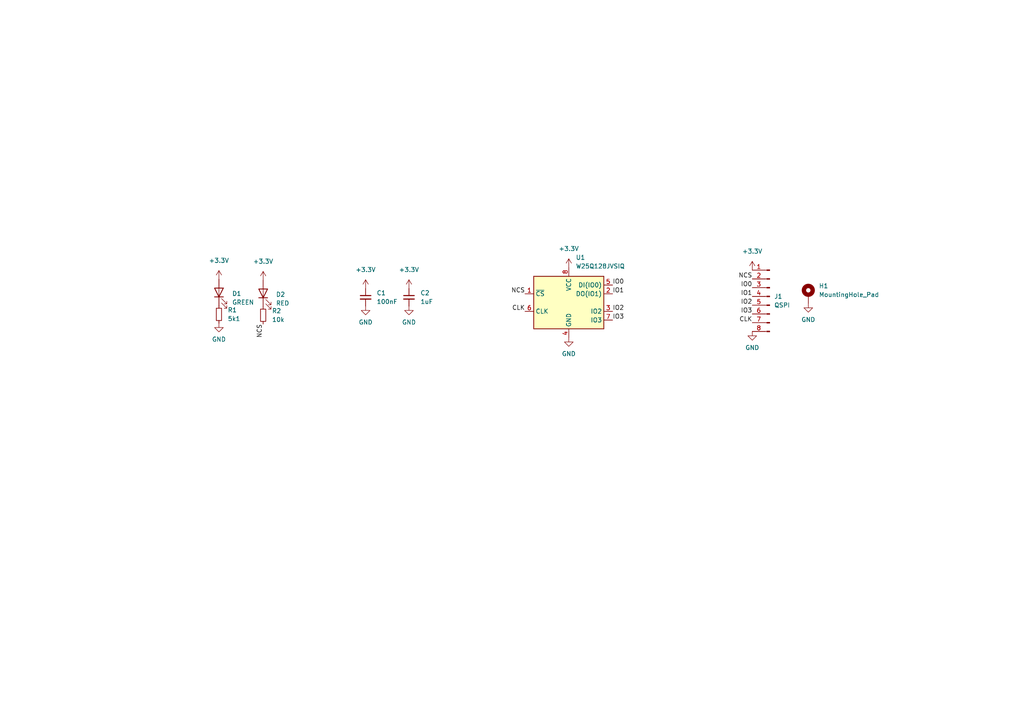
<source format=kicad_sch>
(kicad_sch (version 20211123) (generator eeschema)
  (paper "A4")
  (title_block (title "W25Q-BRD-0011") (date "2022-12-05") (rev "1.1") (company "(c) Andriy Golovnya") (comment 1 "Breakout board for W25Q QSPI flash chips family"))
  (lib_symbols
    (symbol "Connector:Conn_01x08_Male" (pin_names (offset 1.016) hide)
      (property "Reference" "J" (at 0 10.16 0))
      (property "Value" "Conn_01x08_Male" (at 0 -12.7 0))
      (symbol "Conn_01x08_Male_1_1"
        (polyline (pts (xy 1.27 -10.16) (xy 0.8636 -10.16)) (stroke (width 0.1524)))
        (polyline (pts (xy 1.27 -7.62) (xy 0.8636 -7.62)) (stroke (width 0.1524)))
        (polyline (pts (xy 1.27 -5.08) (xy 0.8636 -5.08)) (stroke (width 0.1524)))
        (polyline (pts (xy 1.27 -2.54) (xy 0.8636 -2.54)) (stroke (width 0.1524)))
        (polyline (pts (xy 1.27 0) (xy 0.8636 0)) (stroke (width 0.1524)))
        (polyline (pts (xy 1.27 2.54) (xy 0.8636 2.54)) (stroke (width 0.1524)))
        (polyline (pts (xy 1.27 5.08) (xy 0.8636 5.08)) (stroke (width 0.1524)))
        (polyline (pts (xy 1.27 7.62) (xy 0.8636 7.62)) (stroke (width 0.1524)))
        (rectangle (start 0.8636 -10.033) (end 0 -10.287) (stroke (width 0.1524)) (fill (type outline)))
        (rectangle (start 0.8636 -7.493) (end 0 -7.747) (stroke (width 0.1524)) (fill (type outline)))
        (rectangle (start 0.8636 -4.953) (end 0 -5.207) (stroke (width 0.1524)) (fill (type outline)))
        (rectangle (start 0.8636 -2.413) (end 0 -2.667) (stroke (width 0.1524)) (fill (type outline)))
        (rectangle (start 0.8636 0.127) (end 0 -0.127) (stroke (width 0.1524)) (fill (type outline)))
        (rectangle (start 0.8636 2.667) (end 0 2.413) (stroke (width 0.1524)) (fill (type outline)))
        (rectangle (start 0.8636 5.207) (end 0 4.953) (stroke (width 0.1524)) (fill (type outline)))
        (rectangle (start 0.8636 7.747) (end 0 7.493) (stroke (width 0.1524)) (fill (type outline)))
        (pin passive line (at 5.08 7.62 180) (length 3.81) (name "Pin_1") (number "1"))
        (pin passive line (at 5.08 5.08 180) (length 3.81) (name "Pin_2") (number "2"))
        (pin passive line (at 5.08 2.54 180) (length 3.81) (name "Pin_3") (number "3"))
        (pin passive line (at 5.08 0 180) (length 3.81) (name "Pin_4") (number "4"))
        (pin passive line (at 5.08 -2.54 180) (length 3.81) (name "Pin_5") (number "5"))
        (pin passive line (at 5.08 -5.08 180) (length 3.81) (name "Pin_6") (number "6"))
        (pin passive line (at 5.08 -7.62 180) (length 3.81) (name "Pin_7") (number "7"))
        (pin passive line (at 5.08 -10.16 180) (length 3.81) (name "Pin_8") (number "8"))
      )
    )
    (symbol "Device:C_Small" (pin_numbers hide) (pin_names (offset 0.254) hide)
      (property "Reference" "C" (at 0.254 1.778 0))
      (property "Value" "C_Small" (at 0.254 -2.032 0))
      (symbol "C_Small_0_1"
        (polyline (pts (xy -1.524 -0.508) (xy 1.524 -0.508)) (stroke (width 0.3302)))
        (polyline (pts (xy -1.524 0.508) (xy 1.524 0.508)) (stroke (width 0.3048)))
      )
      (symbol "C_Small_1_1"
        (pin passive line (at 0 2.54 270) (length 2.032) (name "~") (number "1"))
        (pin passive line (at 0 -2.54 90) (length 2.032) (name "~") (number "2"))
      )
    )
    (symbol "Device:LED" (pin_numbers hide) (pin_names (offset 1.016) hide)
      (property "Reference" "D" (at 0 2.54 0))
      (property "Value" "LED" (at 0 -2.54 0))
      (symbol "LED_0_1"
        (polyline (pts (xy -1.27 -1.27) (xy -1.27 1.27)) (stroke (width 0.254)))
        (polyline (pts (xy -1.27 0) (xy 1.27 0)))
        (polyline (pts (xy 1.27 -1.27) (xy 1.27 1.27) (xy -1.27 0) (xy 1.27 -1.27)) (stroke (width 0.254)))
        (polyline (pts (xy -3.048 -0.762) (xy -4.572 -2.286) (xy -3.81 -2.286) (xy -4.572 -2.286) (xy -4.572 -1.524)))
        (polyline (pts (xy -1.778 -0.762) (xy -3.302 -2.286) (xy -2.54 -2.286) (xy -3.302 -2.286) (xy -3.302 -1.524)))
      )
      (symbol "LED_1_1"
        (pin passive line (at -3.81 0 0) (length 2.54) (name "K") (number "1"))
        (pin passive line (at 3.81 0 180) (length 2.54) (name "A") (number "2"))
      )
    )
    (symbol "Device:R_Small" (pin_numbers hide) (pin_names (offset 0.254) hide)
      (property "Reference" "R" (at 0.762 0.508 0))
      (property "Value" "R_Small" (at 0.762 -1.016 0))
      (symbol "R_Small_0_1"
        (rectangle (start -0.762 1.778) (end 0.762 -1.778) (stroke (width 0.2032)))
      )
      (symbol "R_Small_1_1"
        (pin passive line (at 0 2.54 270) (length 0.762) (name "~") (number "1"))
        (pin passive line (at 0 -2.54 90) (length 0.762) (name "~") (number "2"))
      )
    )
    (symbol "Mechanical:MountingHole_Pad" (pin_numbers hide) (pin_names (offset 1.016) hide)
      (property "Reference" "H" (at 0 6.35 0))
      (property "Value" "MountingHole_Pad" (at 0 4.445 0))
      (symbol "MountingHole_Pad_0_1"
        (circle (center 0 1.27) (radius 1.27) (stroke (width 1.27)))
      )
      (symbol "MountingHole_Pad_1_1"
        (pin input line (at 0 -2.54 90) (length 2.54) (name "1") (number "1"))
      )
    )
    (symbol "Memory_Flash:W25Q128JVS"
      (property "Reference" "U" (at -8.89 8.89 0))
      (property "Value" "W25Q128JVS" (at 7.62 8.89 0))
      (symbol "W25Q128JVS_0_1"
        (rectangle (start -10.16 7.62) (end 10.16 -7.62) (stroke (width 0.254)) (fill (type background)))
      )
      (symbol "W25Q128JVS_1_1"
        (pin input line (at -12.7 2.54 0) (length 2.54) (name "~{CS}") (number "1"))
        (pin bidirectional line (at 12.7 2.54 180) (length 2.54) (name "DO(IO1)") (number "2"))
        (pin bidirectional line (at 12.7 -2.54 180) (length 2.54) (name "IO2") (number "3"))
        (pin power_in line (at 0 -10.16 90) (length 2.54) (name "GND") (number "4"))
        (pin bidirectional line (at 12.7 5.08 180) (length 2.54) (name "DI(IO0)") (number "5"))
        (pin input line (at -12.7 -2.54 0) (length 2.54) (name "CLK") (number "6"))
        (pin bidirectional line (at 12.7 -5.08 180) (length 2.54) (name "IO3") (number "7"))
        (pin power_in line (at 0 10.16 270) (length 2.54) (name "VCC") (number "8"))
      )
    )
    (symbol "power:+3.3V" (power) (pin_names (offset 0))
      (property "Value" "+3.3V" (at 0 3.556 0))
      (symbol "+3.3V_0_1"
        (polyline (pts (xy -0.762 1.27) (xy 0 2.54)))
        (polyline (pts (xy 0 0) (xy 0 2.54)))
        (polyline (pts (xy 0 2.54) (xy 0.762 1.27)))
      )
      (symbol "+3.3V_1_1"
        (pin power_in line (at 0 0 90) (length 0) hide (name "+3.3V") (number "1"))
      )
    )
    (symbol "power:GND" (power) (pin_names (offset 0))
      (property "Value" "GND" (at 0 -3.81 0))
      (symbol "GND_0_1"
        (polyline (pts (xy 0 0) (xy 0 -1.27) (xy 1.27 -1.27) (xy 0 -2.54) (xy -1.27 -1.27) (xy 0 -1.27)))
      )
      (symbol "GND_1_1"
        (pin power_in line (at 0 0 270) (length 0) hide (name "GND") (number "1"))
      )
    )
  )
  (label "IO2" (at 177.673 90.297 0))
  (label "IO2" (at 218.186 88.519 180))
  (label "IO0" (at 218.186 83.439 180))
  (label "IO1" (at 218.186 85.979 180))
  (label "IO1" (at 177.673 85.217 0))
  (label "CLK" (at 218.186 93.599 180))
  (label "IO3" (at 218.186 91.059 180))
  (label "CLK" (at 152.273 90.297 180))
  (label "NCS" (at 218.186 80.899 180))
  (label "IO3" (at 177.673 92.837 0))
  (label "IO0" (at 177.673 82.677 0))
  (label "NCS" (at 152.273 85.217 180))
  (label "NCS" (at 76.327 93.98 270))
  (symbol (lib_id "Device:LED") (at 76.327 85.09 90) (unit 1)
    (property "Reference" "D2" (at 80.01 85.4074 90) (effects (justify right)))
    (property "Value" "RED" (at 80.01 87.9474 90) (effects (justify right)))
    (property "Footprint" "LED_SMD:LED_0603_1608Metric" (effects hide))
  )
  (symbol (lib_id "power:+3.3V") (at 118.618 83.693 0) (unit 1)
    (property "Reference" "#PWR06" (effects hide))
    (property "Value" "+3.3V" (at 118.618 78.232 0))
  )
  (symbol (lib_id "power:+3.3V") (at 76.327 81.28 0) (unit 1)
    (property "Reference" "#PWR03" (effects hide))
    (property "Value" "+3.3V" (at 76.327 75.819 0))
  )
  (symbol (lib_id "Device:R_Small") (at 76.327 91.44 0) (unit 1)
    (property "Reference" "R2" (at 78.867 90.1699 0) (effects (justify left)))
    (property "Value" "10k" (at 78.867 92.7099 0) (effects (justify left)))
    (property "Footprint" "Resistor_SMD:R_0402_1005Metric" (effects hide))
  )
  (symbol (lib_id "power:GND") (at 234.442 88.011 0) (unit 1)
    (property "Reference" "#PWR012" (effects hide))
    (property "Value" "GND" (at 234.442 92.71 0))
  )
  (symbol (lib_id "Device:C_Small") (at 118.618 86.233 0) (unit 1)
    (property "Reference" "C2" (at 121.92 84.9692 0) (effects (justify left)))
    (property "Value" "1uF" (at 121.92 87.5092 0) (effects (justify left)))
    (property "Footprint" "Capacitor_SMD:C_0603_1608Metric" (effects hide))
  )
  (symbol (lib_id "power:+3.3V") (at 63.5 81.026 0) (unit 1)
    (property "Reference" "#PWR01" (effects hide))
    (property "Value" "+3.3V" (at 63.5 75.565 0))
  )
  (symbol (lib_id "power:GND") (at 118.618 88.773 0) (unit 1)
    (property "Reference" "#PWR07" (effects hide))
    (property "Value" "GND" (at 118.618 93.472 0))
  )
  (symbol (lib_id "Mechanical:MountingHole_Pad") (at 234.442 85.471 0) (unit 1)
    (property "Reference" "H1" (at 237.49 82.9309 0) (effects (justify left)))
    (property "Value" "MountingHole_Pad" (at 237.49 85.4709 0) (effects (justify left)))
    (property "Footprint" "MountingHole:MountingHole_3.2mm_M3_Pad_Via" (effects hide))
  )
  (symbol (lib_id "Connector:Conn_01x08_Male") (at 223.266 85.979 0) (mirror y) (unit 1)
    (property "Reference" "J1" (at 224.536 85.9789 0) (effects (justify right)))
    (property "Value" "QSPI" (at 224.536 88.5189 0) (effects (justify right)))
    (property "Footprint" "Connector_PinHeader_2.54mm:PinHeader_1x08_P2.54mm_Vertical" (effects hide))
  )
  (symbol (lib_id "power:GND") (at 164.973 97.917 0) (unit 1)
    (property "Reference" "#PWR09" (effects hide))
    (property "Value" "GND" (at 164.973 102.616 0))
  )
  (symbol (lib_id "Device:C_Small") (at 106.045 86.233 0) (unit 1)
    (property "Reference" "C1" (at 109.22 84.9692 0) (effects (justify left)))
    (property "Value" "100nF" (at 109.22 87.5092 0) (effects (justify left)))
    (property "Footprint" "Capacitor_SMD:C_0402_1005Metric" (effects hide))
  )
  (symbol (lib_id "Memory_Flash:W25Q128JVS") (at 164.973 87.757 0) (unit 1)
    (property "Reference" "U1" (at 166.9924 74.676 0) (effects (justify left)))
    (property "Value" "W25Q128JVSIQ" (at 166.9924 77.216 0) (effects (justify left)))
    (property "Footprint" "Package_SO:SOIC-8_5.23x5.23mm_P1.27mm" (effects hide))
    (property "Datasheet" "http://www.winbond.com/resource-files/w25q128jv_dtr%20revc%2003272018%20plus.pdf" (effects hide))
  )
  (symbol (lib_id "Device:R_Small") (at 63.5 91.186 0) (unit 1)
    (property "Reference" "R1" (at 66.04 89.9159 0) (effects (justify left)))
    (property "Value" "5k1" (at 66.04 92.4559 0) (effects (justify left)))
    (property "Footprint" "Resistor_SMD:R_0402_1005Metric" (effects hide))
  )
  (symbol (lib_id "Device:LED") (at 63.5 84.836 90) (unit 1)
    (property "Reference" "D1" (at 67.31 85.1534 90) (effects (justify right)))
    (property "Value" "GREEN" (at 67.31 87.6934 90) (effects (justify right)))
    (property "Footprint" "LED_SMD:LED_0603_1608Metric" (effects hide))
  )
  (symbol (lib_id "power:GND") (at 106.045 88.773 0) (unit 1)
    (property "Reference" "#PWR05" (effects hide))
    (property "Value" "GND" (at 106.045 93.472 0))
  )
  (symbol (lib_id "power:+3.3V") (at 164.973 77.597 0) (unit 1)
    (property "Reference" "#PWR08" (effects hide))
    (property "Value" "+3.3V" (at 164.973 72.136 0))
  )
  (symbol (lib_id "power:+3.3V") (at 106.045 83.693 0) (unit 1)
    (property "Reference" "#PWR04" (effects hide))
    (property "Value" "+3.3V" (at 106.045 78.232 0))
  )
  (symbol (lib_id "power:+3.3V") (at 218.186 78.359 0) (unit 1)
    (property "Reference" "#PWR010" (effects hide))
    (property "Value" "+3.3V" (at 218.186 72.898 0))
  )
  (symbol (lib_id "power:GND") (at 63.5 93.726 0) (unit 1)
    (property "Reference" "#PWR02" (effects hide))
    (property "Value" "GND" (at 63.5 98.425 0))
  )
  (symbol (lib_id "power:GND") (at 218.186 96.139 0) (unit 1)
    (property "Reference" "#PWR011" (effects hide))
    (property "Value" "GND" (at 218.186 100.838 0))
  )
)
</source>
